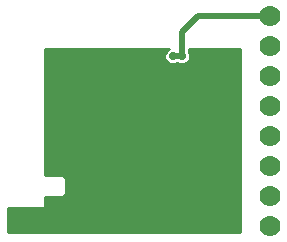
<source format=gbl>
G75*
G70*
%OFA0B0*%
%FSLAX24Y24*%
%IPPOS*%
%LPD*%
%AMOC8*
5,1,8,0,0,1.08239X$1,22.5*
%
%ADD10C,0.0700*%
%ADD11C,0.0100*%
%ADD12C,0.0290*%
%ADD13C,0.0200*%
D10*
X011101Y000702D03*
X011101Y001702D03*
X011101Y002702D03*
X011101Y003702D03*
X011101Y004702D03*
X011101Y005702D03*
X011101Y006702D03*
X011101Y007702D03*
D11*
X002376Y001302D02*
X002376Y000502D01*
X010101Y000502D01*
X010101Y006602D01*
X008381Y006602D01*
X008381Y006510D01*
X008384Y006507D01*
X008426Y006406D01*
X008426Y006297D01*
X008384Y006196D01*
X008307Y006118D01*
X008205Y006077D01*
X008096Y006077D01*
X008001Y006116D01*
X007905Y006077D01*
X007796Y006077D01*
X007695Y006118D01*
X007618Y006196D01*
X007576Y006297D01*
X007576Y006406D01*
X007618Y006507D01*
X007695Y006585D01*
X007736Y006602D01*
X003601Y006602D01*
X003601Y002402D01*
X004101Y002402D01*
X004145Y002397D01*
X004188Y002382D01*
X004225Y002358D01*
X004257Y002326D01*
X004281Y002288D01*
X004296Y002246D01*
X004301Y002202D01*
X004301Y001852D01*
X004296Y001807D01*
X004281Y001765D01*
X004257Y001727D01*
X004225Y001695D01*
X004188Y001671D01*
X004145Y001657D01*
X004101Y001652D01*
X003601Y001652D01*
X003601Y001302D01*
X002376Y001302D01*
X002376Y001286D02*
X010101Y001286D01*
X010101Y001384D02*
X003601Y001384D01*
X003601Y001483D02*
X010101Y001483D01*
X010101Y001581D02*
X003601Y001581D01*
X004201Y001680D02*
X010101Y001680D01*
X010101Y001778D02*
X004286Y001778D01*
X004301Y001877D02*
X010101Y001877D01*
X010101Y001975D02*
X004301Y001975D01*
X004301Y002074D02*
X010101Y002074D01*
X010101Y002172D02*
X004301Y002172D01*
X004287Y002271D02*
X010101Y002271D01*
X010101Y002370D02*
X004207Y002370D01*
X003601Y002468D02*
X010101Y002468D01*
X010101Y002567D02*
X003601Y002567D01*
X003601Y002665D02*
X010101Y002665D01*
X010101Y002764D02*
X003601Y002764D01*
X003601Y002862D02*
X010101Y002862D01*
X010101Y002961D02*
X003601Y002961D01*
X003601Y003059D02*
X010101Y003059D01*
X010101Y003158D02*
X003601Y003158D01*
X003601Y003256D02*
X010101Y003256D01*
X010101Y003355D02*
X003601Y003355D01*
X003601Y003454D02*
X010101Y003454D01*
X010101Y003552D02*
X003601Y003552D01*
X003601Y003651D02*
X010101Y003651D01*
X010101Y003749D02*
X003601Y003749D01*
X003601Y003848D02*
X010101Y003848D01*
X010101Y003946D02*
X003601Y003946D01*
X003601Y004045D02*
X010101Y004045D01*
X010101Y004143D02*
X003601Y004143D01*
X003601Y004242D02*
X010101Y004242D01*
X010101Y004340D02*
X003601Y004340D01*
X003601Y004439D02*
X010101Y004439D01*
X010101Y004537D02*
X003601Y004537D01*
X003601Y004636D02*
X010101Y004636D01*
X010101Y004735D02*
X003601Y004735D01*
X003601Y004833D02*
X010101Y004833D01*
X010101Y004932D02*
X003601Y004932D01*
X003601Y005030D02*
X010101Y005030D01*
X010101Y005129D02*
X003601Y005129D01*
X003601Y005227D02*
X010101Y005227D01*
X010101Y005326D02*
X003601Y005326D01*
X003601Y005424D02*
X010101Y005424D01*
X010101Y005523D02*
X003601Y005523D01*
X003601Y005621D02*
X010101Y005621D01*
X010101Y005720D02*
X003601Y005720D01*
X003601Y005819D02*
X010101Y005819D01*
X010101Y005917D02*
X003601Y005917D01*
X003601Y006016D02*
X010101Y006016D01*
X010101Y006114D02*
X008296Y006114D01*
X008391Y006213D02*
X010101Y006213D01*
X010101Y006311D02*
X008426Y006311D01*
X008424Y006410D02*
X010101Y006410D01*
X010101Y006508D02*
X008383Y006508D01*
X008005Y006114D02*
X007996Y006114D01*
X007705Y006114D02*
X003601Y006114D01*
X003601Y006213D02*
X007611Y006213D01*
X007576Y006311D02*
X003601Y006311D01*
X003601Y006410D02*
X007577Y006410D01*
X007619Y006508D02*
X003601Y006508D01*
X002376Y001187D02*
X010101Y001187D01*
X010101Y001088D02*
X002376Y001088D01*
X002376Y000990D02*
X010101Y000990D01*
X010101Y000891D02*
X002376Y000891D01*
X002376Y000793D02*
X010101Y000793D01*
X010101Y000694D02*
X002376Y000694D01*
X002376Y000596D02*
X010101Y000596D01*
D12*
X008951Y001702D03*
X007451Y001702D03*
X005951Y001702D03*
X004451Y001702D03*
X002471Y001122D03*
X004451Y003202D03*
X005951Y003202D03*
X007451Y003202D03*
X008951Y003202D03*
X008951Y004702D03*
X007451Y004702D03*
X005951Y004702D03*
X004451Y004702D03*
X005851Y006252D03*
X007651Y006002D03*
X007851Y006352D03*
X008151Y006352D03*
X008501Y006002D03*
X009226Y005977D03*
X009976Y005977D03*
D13*
X008151Y006352D02*
X007851Y006352D01*
X008151Y006352D02*
X008151Y007152D01*
X008701Y007702D01*
X011101Y007702D01*
M02*

</source>
